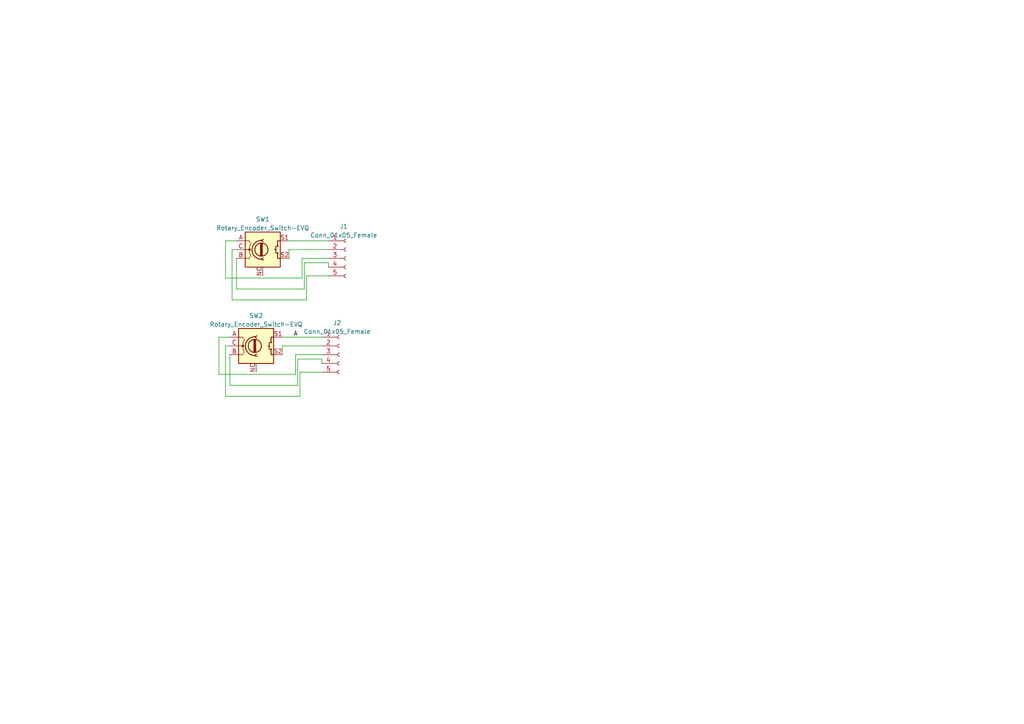
<source format=kicad_sch>
(kicad_sch (version 20221004) (generator eeschema)
  (paper "A4")
  (lib_symbols
    (symbol "Connector:Conn_01x05_Female" (pin_names (offset 1.016) hide)
      (property "Reference" "J" (at 0 7.62 0))
      (property "Value" "Conn_01x05_Female" (at 0 -7.62 0))
      (symbol "Conn_01x05_Female_1_1"
        (arc (start 0 -4.572) (mid -0.5058 -5.08) (end 0 -5.588) (stroke (width 0.1524)))
        (arc (start 0 -2.032) (mid -0.5058 -2.54) (end 0 -3.048) (stroke (width 0.1524)))
        (polyline (pts (xy -1.27 -5.08) (xy -0.508 -5.08)) (stroke (width 0.1524)))
        (polyline (pts (xy -1.27 -2.54) (xy -0.508 -2.54)) (stroke (width 0.1524)))
        (polyline (pts (xy -1.27 0) (xy -0.508 0)) (stroke (width 0.1524)))
        (polyline (pts (xy -1.27 2.54) (xy -0.508 2.54)) (stroke (width 0.1524)))
        (polyline (pts (xy -1.27 5.08) (xy -0.508 5.08)) (stroke (width 0.1524)))
        (arc (start 0 0.508) (mid -0.5058 0) (end 0 -0.508) (stroke (width 0.1524)))
        (arc (start 0 3.048) (mid -0.5058 2.54) (end 0 2.032) (stroke (width 0.1524)))
        (arc (start 0 5.588) (mid -0.5058 5.08) (end 0 4.572) (stroke (width 0.1524)))
        (pin passive line (at -5.08 5.08 0) (length 3.81) (name "Pin_1") (number "1"))
        (pin passive line (at -5.08 2.54 0) (length 3.81) (name "Pin_2") (number "2"))
        (pin passive line (at -5.08 0 0) (length 3.81) (name "Pin_3") (number "3"))
        (pin passive line (at -5.08 -2.54 0) (length 3.81) (name "Pin_4") (number "4"))
        (pin passive line (at -5.08 -5.08 0) (length 3.81) (name "Pin_5") (number "5"))
      )
    )
    (symbol "random-keyboard-parts:Rotary_Encoder_Switch-EVQ" (pin_names (offset 0.254) hide)
      (property "Reference" "SW?" (at 0 8.7798 0))
      (property "Value" "Rotary_Encoder_Switch-EVQ" (at 0 6.2429 0))
      (symbol "Rotary_Encoder_Switch-EVQ_0_1"
        (rectangle (start -5.08 5.08) (end 5.08 -5.08) (stroke (width 0.254)) (fill (type background)))
        (circle (center -3.81 0) (radius 0.254) (fill (type outline)))
        (circle (center -0.381 0) (radius 1.905) (stroke (width 0.254)))
        (arc (start -0.381 2.667) (mid -3.0988 -0.0635) (end -0.381 -2.794) (stroke (width 0.254)))
        (polyline (pts (xy -0.635 -1.778) (xy -0.635 1.778)) (stroke (width 0.254)))
        (polyline (pts (xy -0.381 -1.778) (xy -0.381 1.778)) (stroke (width 0.254)))
        (polyline (pts (xy -0.127 1.778) (xy -0.127 -1.778)) (stroke (width 0.254)))
        (polyline (pts (xy 3.81 0) (xy 3.429 0)) (stroke (width 0.254)))
        (polyline (pts (xy 3.81 1.016) (xy 3.81 -1.016)) (stroke (width 0.254)))
        (polyline (pts (xy -5.08 -2.54) (xy -3.81 -2.54) (xy -3.81 -2.032)))
        (polyline (pts (xy -5.08 2.54) (xy -3.81 2.54) (xy -3.81 2.032)))
        (polyline (pts (xy 0.254 -3.048) (xy -0.508 -2.794) (xy 0.127 -2.413)) (stroke (width 0.254)))
        (polyline (pts (xy 0.254 2.921) (xy -0.508 2.667) (xy 0.127 2.286)) (stroke (width 0.254)))
        (polyline (pts (xy 5.08 -2.54) (xy 4.318 -2.54) (xy 4.318 -1.016)) (stroke (width 0.254)))
        (polyline (pts (xy 5.08 2.54) (xy 4.318 2.54) (xy 4.318 1.016)) (stroke (width 0.254)))
        (polyline (pts (xy -5.08 0) (xy -3.81 0) (xy -3.81 -1.016) (xy -3.302 -2.032)))
        (polyline (pts (xy -4.318 0) (xy -3.81 0) (xy -3.81 1.016) (xy -3.302 2.032)))
        (circle (center 4.318 -1.016) (radius 0.127) (stroke (width 0.254)))
        (circle (center 4.318 1.016) (radius 0.127) (stroke (width 0.254)))
      )
      (symbol "Rotary_Encoder_Switch-EVQ_1_1"
        (pin passive line (at -7.62 2.54 0) (length 2.54) (name "A") (number "A"))
        (pin passive line (at -7.62 -2.54 0) (length 2.54) (name "B") (number "B"))
        (pin passive line (at -7.62 0 0) (length 2.54) (name "C") (number "C"))
        (pin passive line (at 0 -7.62 90) (length 2.54) (name "NC") (number "NC"))
        (pin passive line (at 7.62 2.54 180) (length 2.54) (name "S1") (number "S1"))
        (pin passive line (at 7.62 -2.54 180) (length 2.54) (name "S2") (number "S2"))
      )
    )
  )
  (wire (pts (xy 63.5 108.585) (xy 85.725 108.585)))
  (wire (pts (xy 83.82 69.85) (xy 95.25 69.85)))
  (wire (pts (xy 68.58 72.39) (xy 67.31 72.39)))
  (wire (pts (xy 86.995 107.95) (xy 86.995 114.935)))
  (wire (pts (xy 67.31 72.39) (xy 67.31 86.995)))
  (wire (pts (xy 67.31 86.995) (xy 88.9 86.995)))
  (wire (pts (xy 68.58 69.85) (xy 65.405 69.85)))
  (wire (pts (xy 93.345 104.14) (xy 93.345 105.41)))
  (wire (pts (xy 93.345 107.95) (xy 86.995 107.95)))
  (wire (pts (xy 88.9 80.01) (xy 88.9 86.995)))
  (wire (pts (xy 63.5 97.79) (xy 63.5 108.585)))
  (wire (pts (xy 86.36 111.76) (xy 86.36 104.14)))
  (wire (pts (xy 88.265 83.82) (xy 88.265 76.2)))
  (wire (pts (xy 83.82 72.39) (xy 95.25 72.39)))
  (wire (pts (xy 85.725 102.87) (xy 93.345 102.87)))
  (wire (pts (xy 65.405 114.935) (xy 86.995 114.935)))
  (wire (pts (xy 81.915 97.79) (xy 93.345 97.79)))
  (wire (pts (xy 81.915 102.87) (xy 81.915 100.33)))
  (wire (pts (xy 81.915 100.33) (xy 93.345 100.33)))
  (wire (pts (xy 88.265 76.2) (xy 95.25 76.2)))
  (wire (pts (xy 66.675 100.33) (xy 65.405 100.33)))
  (wire (pts (xy 86.36 104.14) (xy 93.345 104.14)))
  (wire (pts (xy 65.405 80.645) (xy 87.63 80.645)))
  (wire (pts (xy 65.405 100.33) (xy 65.405 114.935)))
  (wire (pts (xy 87.63 74.93) (xy 95.25 74.93)))
  (wire (pts (xy 65.405 69.85) (xy 65.405 80.645)))
  (wire (pts (xy 66.675 111.76) (xy 86.36 111.76)))
  (wire (pts (xy 66.675 102.87) (xy 66.675 111.76)))
  (wire (pts (xy 66.675 97.79) (xy 63.5 97.79)))
  (wire (pts (xy 68.58 74.93) (xy 68.58 83.82)))
  (wire (pts (xy 95.25 80.01) (xy 88.9 80.01)))
  (wire (pts (xy 95.25 76.2) (xy 95.25 77.47)))
  (wire (pts (xy 85.725 108.585) (xy 85.725 102.87)))
  (wire (pts (xy 68.58 83.82) (xy 88.265 83.82)))
  (wire (pts (xy 87.63 80.645) (xy 87.63 74.93)))
  (wire (pts (xy 83.82 74.93) (xy 83.82 72.39)))
  (label "A" (at 85.09 97.79 0))
  (symbol (lib_id "Connector:Conn_01x05_Female") (at 98.425 102.87 0) (unit 1)
    (property "Reference" "J2" (at 97.79 93.633 0))
    (property "Value" "Conn_01x05_Female" (at 97.79 96.1699 0))
    (property "Footprint" "Connector_PinHeader_2.00mm:PinHeader_1x05_P2.00mm_Vertical" (effects hide))
  )
  (symbol (lib_id "random-keyboard-parts:Rotary_Encoder_Switch-EVQ") (at 74.295 100.33 0) (unit 1)
    (property "Reference" "SW2" (at 74.295 91.5502 0))
    (property "Value" "Rotary_Encoder_Switch-EVQ" (at 74.295 94.0871 0))
    (property "Footprint" "prettylib:EVQWGD001-sadek-no cutout" (effects hide))
  )
  (symbol (lib_id "random-keyboard-parts:Rotary_Encoder_Switch-EVQ") (at 76.2 72.39 0) (unit 1)
    (property "Reference" "SW1" (at 76.2 63.6102 0))
    (property "Value" "Rotary_Encoder_Switch-EVQ" (at 76.2 66.1471 0))
    (property "Footprint" "prettylib:EVQWGD001-sadek-no cutout" (effects hide))
  )
  (symbol (lib_id "Connector:Conn_01x05_Female") (at 100.33 74.93 0) (unit 1)
    (property "Reference" "J1" (at 99.695 65.693 0))
    (property "Value" "Conn_01x05_Female" (at 99.695 68.2299 0))
    (property "Footprint" "Connector_PinHeader_2.00mm:PinHeader_1x05_P2.00mm_Vertical" (effects hide))
  )
)
</source>
